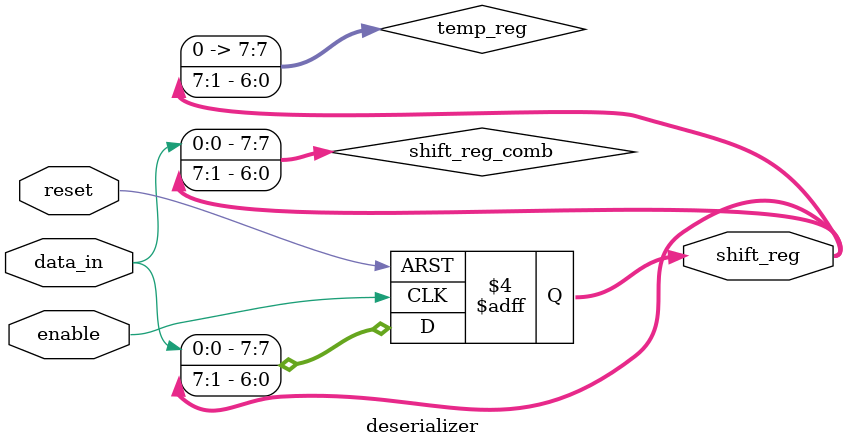
<source format=v>
module deserializer(input wire enable,
                    input wire reset,
                    input wire data_in,
                    output reg [7:0] shift_reg);
    
    wire [7:0] shift_reg_comb, temp_reg;
    
    always@(posedge enable or negedge reset)
    begin
        if (!reset)
        begin
            // Idle signal is high
            shift_reg <= 'd1;
        end
        else
        begin
            shift_reg <= shift_reg_comb;
        end
    end
    
    assign temp_reg       = shift_reg >> 1;
    assign shift_reg_comb = { data_in, temp_reg[6:0] };
    
endmodule

</source>
